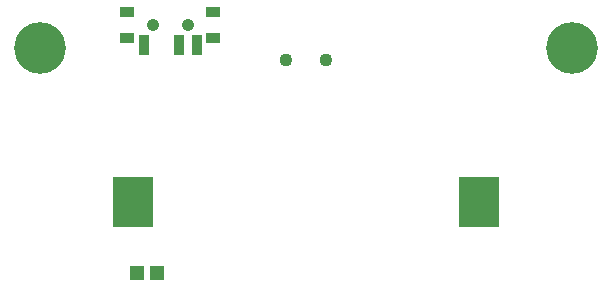
<source format=gbs>
G75*
G70*
%OFA0B0*%
%FSLAX24Y24*%
%IPPOS*%
%LPD*%
%AMOC8*
5,1,8,0,0,1.08239X$1,22.5*
%
%ADD10R,0.0454X0.0493*%
%ADD11R,0.1320X0.1714*%
%ADD12C,0.0436*%
%ADD13R,0.0336X0.0651*%
%ADD14R,0.0454X0.0375*%
%ADD15C,0.0414*%
%ADD16C,0.1720*%
D10*
X005277Y004824D03*
X005946Y004824D03*
D11*
X005159Y007187D03*
X016694Y007187D03*
D12*
X011600Y011915D03*
X010261Y011915D03*
D13*
X007285Y012399D03*
X006694Y012399D03*
X005513Y012399D03*
D14*
X004962Y012655D03*
X004962Y013521D03*
X007836Y013521D03*
X007836Y012655D03*
D15*
X006990Y013088D03*
X005809Y013088D03*
D16*
X002069Y012305D03*
X019785Y012305D03*
M02*

</source>
